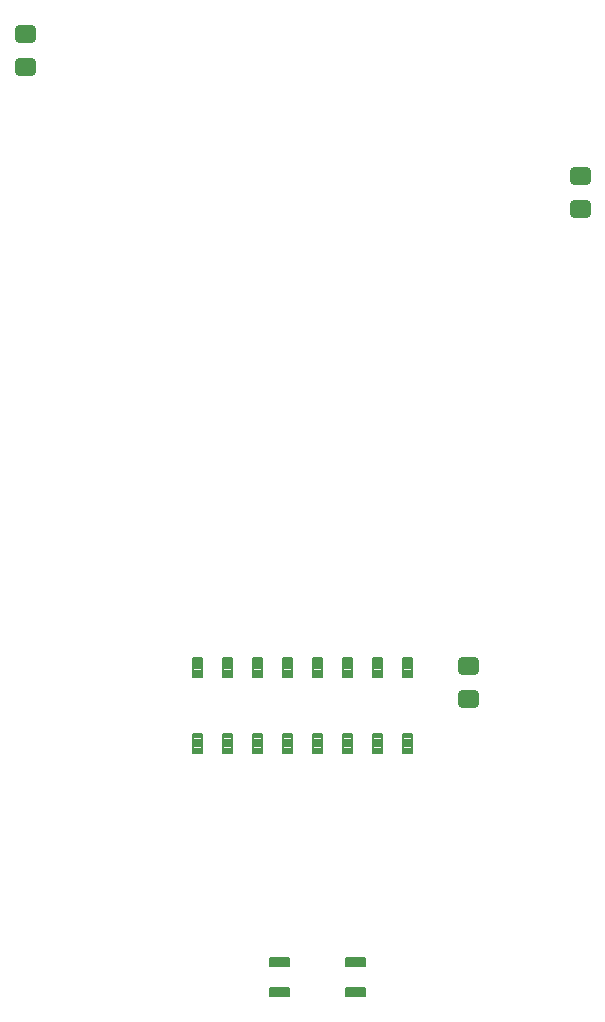
<source format=gbr>
G04 EAGLE Gerber RS-274X export*
G75*
%MOMM*%
%FSLAX34Y34*%
%LPD*%
%INSolderpaste Top*%
%IPPOS*%
%AMOC8*
5,1,8,0,0,1.08239X$1,22.5*%
G01*
%ADD10C,0.198000*%
%ADD11C,0.800000*%


D10*
X85390Y-476010D02*
X85390Y-459990D01*
X92410Y-459990D01*
X92410Y-476010D01*
X85390Y-476010D01*
X85390Y-474129D02*
X92410Y-474129D01*
X92410Y-472248D02*
X85390Y-472248D01*
X85390Y-470367D02*
X92410Y-470367D01*
X92410Y-468486D02*
X85390Y-468486D01*
X85390Y-466605D02*
X92410Y-466605D01*
X92410Y-464724D02*
X85390Y-464724D01*
X85390Y-462843D02*
X92410Y-462843D01*
X92410Y-460962D02*
X85390Y-460962D01*
X85390Y-523990D02*
X85390Y-540010D01*
X85390Y-523990D02*
X92410Y-523990D01*
X92410Y-540010D01*
X85390Y-540010D01*
X85390Y-538129D02*
X92410Y-538129D01*
X92410Y-536248D02*
X85390Y-536248D01*
X85390Y-534367D02*
X92410Y-534367D01*
X92410Y-532486D02*
X85390Y-532486D01*
X85390Y-530605D02*
X92410Y-530605D01*
X92410Y-528724D02*
X85390Y-528724D01*
X85390Y-526843D02*
X92410Y-526843D01*
X92410Y-524962D02*
X85390Y-524962D01*
X59990Y-476010D02*
X59990Y-459990D01*
X67010Y-459990D01*
X67010Y-476010D01*
X59990Y-476010D01*
X59990Y-474129D02*
X67010Y-474129D01*
X67010Y-472248D02*
X59990Y-472248D01*
X59990Y-470367D02*
X67010Y-470367D01*
X67010Y-468486D02*
X59990Y-468486D01*
X59990Y-466605D02*
X67010Y-466605D01*
X67010Y-464724D02*
X59990Y-464724D01*
X59990Y-462843D02*
X67010Y-462843D01*
X67010Y-460962D02*
X59990Y-460962D01*
X59990Y-523990D02*
X59990Y-540010D01*
X59990Y-523990D02*
X67010Y-523990D01*
X67010Y-540010D01*
X59990Y-540010D01*
X59990Y-538129D02*
X67010Y-538129D01*
X67010Y-536248D02*
X59990Y-536248D01*
X59990Y-534367D02*
X67010Y-534367D01*
X67010Y-532486D02*
X59990Y-532486D01*
X59990Y-530605D02*
X67010Y-530605D01*
X67010Y-528724D02*
X59990Y-528724D01*
X59990Y-526843D02*
X67010Y-526843D01*
X67010Y-524962D02*
X59990Y-524962D01*
X34590Y-476010D02*
X34590Y-459990D01*
X41610Y-459990D01*
X41610Y-476010D01*
X34590Y-476010D01*
X34590Y-474129D02*
X41610Y-474129D01*
X41610Y-472248D02*
X34590Y-472248D01*
X34590Y-470367D02*
X41610Y-470367D01*
X41610Y-468486D02*
X34590Y-468486D01*
X34590Y-466605D02*
X41610Y-466605D01*
X41610Y-464724D02*
X34590Y-464724D01*
X34590Y-462843D02*
X41610Y-462843D01*
X41610Y-460962D02*
X34590Y-460962D01*
X34590Y-523990D02*
X34590Y-540010D01*
X34590Y-523990D02*
X41610Y-523990D01*
X41610Y-540010D01*
X34590Y-540010D01*
X34590Y-538129D02*
X41610Y-538129D01*
X41610Y-536248D02*
X34590Y-536248D01*
X34590Y-534367D02*
X41610Y-534367D01*
X41610Y-532486D02*
X34590Y-532486D01*
X34590Y-530605D02*
X41610Y-530605D01*
X41610Y-528724D02*
X34590Y-528724D01*
X34590Y-526843D02*
X41610Y-526843D01*
X41610Y-524962D02*
X34590Y-524962D01*
X9190Y-476010D02*
X9190Y-459990D01*
X16210Y-459990D01*
X16210Y-476010D01*
X9190Y-476010D01*
X9190Y-474129D02*
X16210Y-474129D01*
X16210Y-472248D02*
X9190Y-472248D01*
X9190Y-470367D02*
X16210Y-470367D01*
X16210Y-468486D02*
X9190Y-468486D01*
X9190Y-466605D02*
X16210Y-466605D01*
X16210Y-464724D02*
X9190Y-464724D01*
X9190Y-462843D02*
X16210Y-462843D01*
X16210Y-460962D02*
X9190Y-460962D01*
X9190Y-523990D02*
X9190Y-540010D01*
X9190Y-523990D02*
X16210Y-523990D01*
X16210Y-540010D01*
X9190Y-540010D01*
X9190Y-538129D02*
X16210Y-538129D01*
X16210Y-536248D02*
X9190Y-536248D01*
X9190Y-534367D02*
X16210Y-534367D01*
X16210Y-532486D02*
X9190Y-532486D01*
X9190Y-530605D02*
X16210Y-530605D01*
X16210Y-528724D02*
X9190Y-528724D01*
X9190Y-526843D02*
X16210Y-526843D01*
X16210Y-524962D02*
X9190Y-524962D01*
X-16210Y-476010D02*
X-16210Y-459990D01*
X-9190Y-459990D01*
X-9190Y-476010D01*
X-16210Y-476010D01*
X-16210Y-474129D02*
X-9190Y-474129D01*
X-9190Y-472248D02*
X-16210Y-472248D01*
X-16210Y-470367D02*
X-9190Y-470367D01*
X-9190Y-468486D02*
X-16210Y-468486D01*
X-16210Y-466605D02*
X-9190Y-466605D01*
X-9190Y-464724D02*
X-16210Y-464724D01*
X-16210Y-462843D02*
X-9190Y-462843D01*
X-9190Y-460962D02*
X-16210Y-460962D01*
X-16210Y-523990D02*
X-16210Y-540010D01*
X-16210Y-523990D02*
X-9190Y-523990D01*
X-9190Y-540010D01*
X-16210Y-540010D01*
X-16210Y-538129D02*
X-9190Y-538129D01*
X-9190Y-536248D02*
X-16210Y-536248D01*
X-16210Y-534367D02*
X-9190Y-534367D01*
X-9190Y-532486D02*
X-16210Y-532486D01*
X-16210Y-530605D02*
X-9190Y-530605D01*
X-9190Y-528724D02*
X-16210Y-528724D01*
X-16210Y-526843D02*
X-9190Y-526843D01*
X-9190Y-524962D02*
X-16210Y-524962D01*
X-41610Y-476010D02*
X-41610Y-459990D01*
X-34590Y-459990D01*
X-34590Y-476010D01*
X-41610Y-476010D01*
X-41610Y-474129D02*
X-34590Y-474129D01*
X-34590Y-472248D02*
X-41610Y-472248D01*
X-41610Y-470367D02*
X-34590Y-470367D01*
X-34590Y-468486D02*
X-41610Y-468486D01*
X-41610Y-466605D02*
X-34590Y-466605D01*
X-34590Y-464724D02*
X-41610Y-464724D01*
X-41610Y-462843D02*
X-34590Y-462843D01*
X-34590Y-460962D02*
X-41610Y-460962D01*
X-41610Y-523990D02*
X-41610Y-540010D01*
X-41610Y-523990D02*
X-34590Y-523990D01*
X-34590Y-540010D01*
X-41610Y-540010D01*
X-41610Y-538129D02*
X-34590Y-538129D01*
X-34590Y-536248D02*
X-41610Y-536248D01*
X-41610Y-534367D02*
X-34590Y-534367D01*
X-34590Y-532486D02*
X-41610Y-532486D01*
X-41610Y-530605D02*
X-34590Y-530605D01*
X-34590Y-528724D02*
X-41610Y-528724D01*
X-41610Y-526843D02*
X-34590Y-526843D01*
X-34590Y-524962D02*
X-41610Y-524962D01*
X-67010Y-476010D02*
X-67010Y-459990D01*
X-59990Y-459990D01*
X-59990Y-476010D01*
X-67010Y-476010D01*
X-67010Y-474129D02*
X-59990Y-474129D01*
X-59990Y-472248D02*
X-67010Y-472248D01*
X-67010Y-470367D02*
X-59990Y-470367D01*
X-59990Y-468486D02*
X-67010Y-468486D01*
X-67010Y-466605D02*
X-59990Y-466605D01*
X-59990Y-464724D02*
X-67010Y-464724D01*
X-67010Y-462843D02*
X-59990Y-462843D01*
X-59990Y-460962D02*
X-67010Y-460962D01*
X-67010Y-523990D02*
X-67010Y-540010D01*
X-67010Y-523990D02*
X-59990Y-523990D01*
X-59990Y-540010D01*
X-67010Y-540010D01*
X-67010Y-538129D02*
X-59990Y-538129D01*
X-59990Y-536248D02*
X-67010Y-536248D01*
X-67010Y-534367D02*
X-59990Y-534367D01*
X-59990Y-532486D02*
X-67010Y-532486D01*
X-67010Y-530605D02*
X-59990Y-530605D01*
X-59990Y-528724D02*
X-67010Y-528724D01*
X-67010Y-526843D02*
X-59990Y-526843D01*
X-59990Y-524962D02*
X-67010Y-524962D01*
X-92410Y-476010D02*
X-92410Y-459990D01*
X-85390Y-459990D01*
X-85390Y-476010D01*
X-92410Y-476010D01*
X-92410Y-474129D02*
X-85390Y-474129D01*
X-85390Y-472248D02*
X-92410Y-472248D01*
X-92410Y-470367D02*
X-85390Y-470367D01*
X-85390Y-468486D02*
X-92410Y-468486D01*
X-92410Y-466605D02*
X-85390Y-466605D01*
X-85390Y-464724D02*
X-92410Y-464724D01*
X-92410Y-462843D02*
X-85390Y-462843D01*
X-85390Y-460962D02*
X-92410Y-460962D01*
X-92410Y-523990D02*
X-92410Y-540010D01*
X-92410Y-523990D02*
X-85390Y-523990D01*
X-85390Y-540010D01*
X-92410Y-540010D01*
X-92410Y-538129D02*
X-85390Y-538129D01*
X-85390Y-536248D02*
X-92410Y-536248D01*
X-92410Y-534367D02*
X-85390Y-534367D01*
X-85390Y-532486D02*
X-92410Y-532486D01*
X-92410Y-530605D02*
X-85390Y-530605D01*
X-85390Y-528724D02*
X-92410Y-528724D01*
X-92410Y-526843D02*
X-85390Y-526843D01*
X-85390Y-524962D02*
X-92410Y-524962D01*
X-27310Y-720810D02*
X-11290Y-720810D01*
X-27310Y-720810D02*
X-27310Y-713790D01*
X-11290Y-713790D01*
X-11290Y-720810D01*
X-11290Y-718929D02*
X-27310Y-718929D01*
X-27310Y-717048D02*
X-11290Y-717048D01*
X-11290Y-715167D02*
X-27310Y-715167D01*
X36690Y-720810D02*
X52710Y-720810D01*
X36690Y-720810D02*
X36690Y-713790D01*
X52710Y-713790D01*
X52710Y-720810D01*
X52710Y-718929D02*
X36690Y-718929D01*
X36690Y-717048D02*
X52710Y-717048D01*
X52710Y-715167D02*
X36690Y-715167D01*
X-11290Y-746210D02*
X-27310Y-746210D01*
X-27310Y-739190D01*
X-11290Y-739190D01*
X-11290Y-746210D01*
X-11290Y-744329D02*
X-27310Y-744329D01*
X-27310Y-742448D02*
X-11290Y-742448D01*
X-11290Y-740567D02*
X-27310Y-740567D01*
X36690Y-746210D02*
X52710Y-746210D01*
X36690Y-746210D02*
X36690Y-739190D01*
X52710Y-739190D01*
X52710Y-746210D01*
X52710Y-744329D02*
X36690Y-744329D01*
X36690Y-742448D02*
X52710Y-742448D01*
X52710Y-740567D02*
X36690Y-740567D01*
D11*
X135000Y-470000D02*
X135000Y-462000D01*
X145000Y-462000D01*
X145000Y-470000D01*
X135000Y-470000D01*
X135000Y-462400D02*
X145000Y-462400D01*
X135000Y-490000D02*
X135000Y-498000D01*
X135000Y-490000D02*
X145000Y-490000D01*
X145000Y-498000D01*
X135000Y-498000D01*
X135000Y-490400D02*
X145000Y-490400D01*
X230000Y-55000D02*
X230000Y-47000D01*
X240000Y-47000D01*
X240000Y-55000D01*
X230000Y-55000D01*
X230000Y-47400D02*
X240000Y-47400D01*
X230000Y-75000D02*
X230000Y-83000D01*
X230000Y-75000D02*
X240000Y-75000D01*
X240000Y-83000D01*
X230000Y-83000D01*
X230000Y-75400D02*
X240000Y-75400D01*
X-240000Y65000D02*
X-240000Y73000D01*
X-230000Y73000D01*
X-230000Y65000D01*
X-240000Y65000D01*
X-240000Y72600D02*
X-230000Y72600D01*
X-240000Y45000D02*
X-240000Y37000D01*
X-240000Y45000D02*
X-230000Y45000D01*
X-230000Y37000D01*
X-240000Y37000D01*
X-240000Y44600D02*
X-230000Y44600D01*
M02*

</source>
